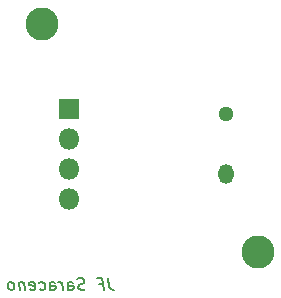
<source format=gbr>
%TF.GenerationSoftware,KiCad,Pcbnew,5.1.6-c6e7f7d~87~ubuntu18.04.1*%
%TF.CreationDate,2021-12-07T16:29:37-08:00*%
%TF.ProjectId,photodiode-amp,70686f74-6f64-4696-9f64-652d616d702e,rev?*%
%TF.SameCoordinates,Original*%
%TF.FileFunction,Soldermask,Bot*%
%TF.FilePolarity,Negative*%
%FSLAX46Y46*%
G04 Gerber Fmt 4.6, Leading zero omitted, Abs format (unit mm)*
G04 Created by KiCad (PCBNEW 5.1.6-c6e7f7d~87~ubuntu18.04.1) date 2021-12-07 16:29:37*
%MOMM*%
%LPD*%
G01*
G04 APERTURE LIST*
%ADD10C,0.150000*%
%ADD11O,1.300000X1.300000*%
%ADD12O,1.300000X1.700000*%
%ADD13C,2.800000*%
%ADD14O,1.800000X1.800000*%
%ADD15R,1.800000X1.800000*%
G04 APERTURE END LIST*
D10*
X148874032Y-108672380D02*
X148963318Y-109386666D01*
X149028794Y-109529523D01*
X149135937Y-109624761D01*
X149284747Y-109672380D01*
X149379985Y-109672380D01*
X148124032Y-109148571D02*
X148457366Y-109148571D01*
X148522842Y-109672380D02*
X148397842Y-108672380D01*
X147921651Y-108672380D01*
X146945461Y-109624761D02*
X146808556Y-109672380D01*
X146570461Y-109672380D01*
X146469270Y-109624761D01*
X146415699Y-109577142D01*
X146356175Y-109481904D01*
X146344270Y-109386666D01*
X146379985Y-109291428D01*
X146421651Y-109243809D01*
X146510937Y-109196190D01*
X146695461Y-109148571D01*
X146784747Y-109100952D01*
X146826413Y-109053333D01*
X146862127Y-108958095D01*
X146850223Y-108862857D01*
X146790699Y-108767619D01*
X146737127Y-108720000D01*
X146635937Y-108672380D01*
X146397842Y-108672380D01*
X146260937Y-108720000D01*
X145522842Y-109672380D02*
X145457366Y-109148571D01*
X145493080Y-109053333D01*
X145582366Y-109005714D01*
X145772842Y-109005714D01*
X145874032Y-109053333D01*
X145516889Y-109624761D02*
X145618080Y-109672380D01*
X145856175Y-109672380D01*
X145945461Y-109624761D01*
X145981175Y-109529523D01*
X145969270Y-109434285D01*
X145909747Y-109339047D01*
X145808556Y-109291428D01*
X145570461Y-109291428D01*
X145469270Y-109243809D01*
X145046651Y-109672380D02*
X144963318Y-109005714D01*
X144987127Y-109196190D02*
X144927604Y-109100952D01*
X144874032Y-109053333D01*
X144772842Y-109005714D01*
X144677604Y-109005714D01*
X143999032Y-109672380D02*
X143933556Y-109148571D01*
X143969270Y-109053333D01*
X144058556Y-109005714D01*
X144249032Y-109005714D01*
X144350223Y-109053333D01*
X143993080Y-109624761D02*
X144094270Y-109672380D01*
X144332366Y-109672380D01*
X144421651Y-109624761D01*
X144457366Y-109529523D01*
X144445461Y-109434285D01*
X144385937Y-109339047D01*
X144284747Y-109291428D01*
X144046651Y-109291428D01*
X143945461Y-109243809D01*
X143088318Y-109624761D02*
X143189508Y-109672380D01*
X143379985Y-109672380D01*
X143469270Y-109624761D01*
X143510937Y-109577142D01*
X143546651Y-109481904D01*
X143510937Y-109196190D01*
X143451413Y-109100952D01*
X143397842Y-109053333D01*
X143296651Y-109005714D01*
X143106175Y-109005714D01*
X143016889Y-109053333D01*
X142278794Y-109624761D02*
X142379985Y-109672380D01*
X142570461Y-109672380D01*
X142659747Y-109624761D01*
X142695461Y-109529523D01*
X142647842Y-109148571D01*
X142588318Y-109053333D01*
X142487127Y-109005714D01*
X142296651Y-109005714D01*
X142207366Y-109053333D01*
X142171651Y-109148571D01*
X142183556Y-109243809D01*
X142671651Y-109339047D01*
X141725223Y-109005714D02*
X141808556Y-109672380D01*
X141737127Y-109100952D02*
X141683556Y-109053333D01*
X141582366Y-109005714D01*
X141439508Y-109005714D01*
X141350223Y-109053333D01*
X141314508Y-109148571D01*
X141379985Y-109672380D01*
X140760937Y-109672380D02*
X140850223Y-109624761D01*
X140891889Y-109577142D01*
X140927604Y-109481904D01*
X140891889Y-109196190D01*
X140832366Y-109100952D01*
X140778794Y-109053333D01*
X140677604Y-109005714D01*
X140534747Y-109005714D01*
X140445461Y-109053333D01*
X140403794Y-109100952D01*
X140368080Y-109196190D01*
X140403794Y-109481904D01*
X140463318Y-109577142D01*
X140516889Y-109624761D01*
X140618080Y-109672380D01*
X140760937Y-109672380D01*
D11*
%TO.C,D1*%
X158877000Y-94742000D03*
D12*
X158877000Y-99822000D03*
%TD*%
D13*
%TO.C,H2*%
X161544000Y-106426000D03*
%TD*%
%TO.C,H1*%
X143256000Y-87122000D03*
%TD*%
D14*
%TO.C,J2*%
X145542000Y-101981000D03*
X145542000Y-99441000D03*
X145542000Y-96901000D03*
D15*
X145542000Y-94361000D03*
%TD*%
M02*

</source>
